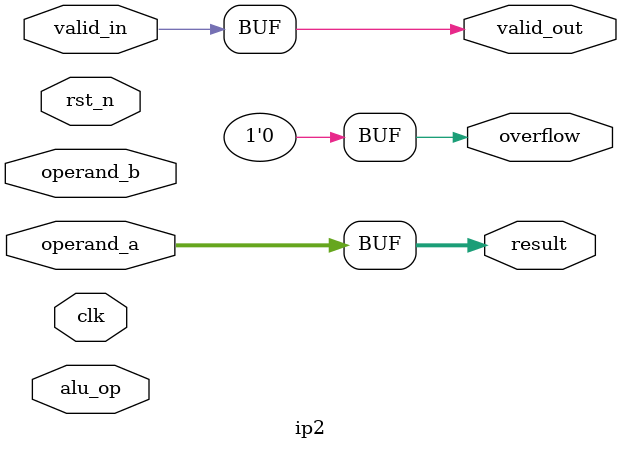
<source format=v>
module ip2 (
    input  clk,
    input  rst_n,
    input  [15:0] operand_a,
    input  [15:0] operand_b,
    input  [2:0] alu_op,
    input  valid_in,
    output [15:0] result,
    output valid_out,
    output overflow
);
    assign result = operand_a;
    assign valid_out = valid_in;
    assign overflow = 1'b0;
endmodule

</source>
